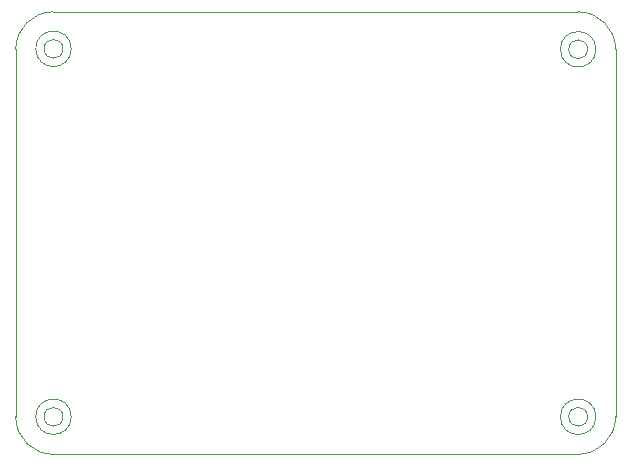
<source format=gbr>
%TF.GenerationSoftware,KiCad,Pcbnew,(6.0.8)*%
%TF.CreationDate,2023-01-19T20:27:52+02:00*%
%TF.ProjectId,amp,616d702e-6b69-4636-9164-5f7063625858,rev?*%
%TF.SameCoordinates,Original*%
%TF.FileFunction,Profile,NP*%
%FSLAX46Y46*%
G04 Gerber Fmt 4.6, Leading zero omitted, Abs format (unit mm)*
G04 Created by KiCad (PCBNEW (6.0.8)) date 2023-01-19 20:27:52*
%MOMM*%
%LPD*%
G01*
G04 APERTURE LIST*
%TA.AperFunction,Profile*%
%ADD10C,0.100000*%
%TD*%
G04 APERTURE END LIST*
D10*
X50796772Y-66675000D02*
G75*
G03*
X54110009Y-69850359I3178228J0D01*
G01*
X98425000Y-69850000D02*
G75*
G03*
X101600000Y-66675000I0J3175000D01*
G01*
X53975000Y-32385000D02*
G75*
G03*
X50800000Y-35560000I0J-3175000D01*
G01*
X101600000Y-35560000D02*
G75*
G03*
X98425000Y-32385000I-3175000J0D01*
G01*
X101600000Y-66675000D02*
X101600000Y-35560000D01*
X98425000Y-32385000D02*
X53975000Y-32385000D01*
X54800000Y-35520000D02*
G75*
G03*
X54800000Y-35520000I-800000J0D01*
G01*
X50800000Y-35560000D02*
X50796772Y-66675000D01*
X54110009Y-69850360D02*
X98425000Y-69850000D01*
X99225000Y-35560000D02*
G75*
G03*
X99225000Y-35560000I-800000J0D01*
G01*
X99225000Y-66675000D02*
G75*
G03*
X99225000Y-66675000I-800000J0D01*
G01*
X55500000Y-66675000D02*
G75*
G03*
X55500000Y-66675000I-1500000J0D01*
G01*
X99925000Y-66675000D02*
G75*
G03*
X99925000Y-66675000I-1500000J0D01*
G01*
X99925000Y-35560000D02*
G75*
G03*
X99925000Y-35560000I-1500000J0D01*
G01*
X55500000Y-35520000D02*
G75*
G03*
X55500000Y-35520000I-1500000J0D01*
G01*
X54800000Y-66675000D02*
G75*
G03*
X54800000Y-66675000I-800000J0D01*
G01*
M02*

</source>
